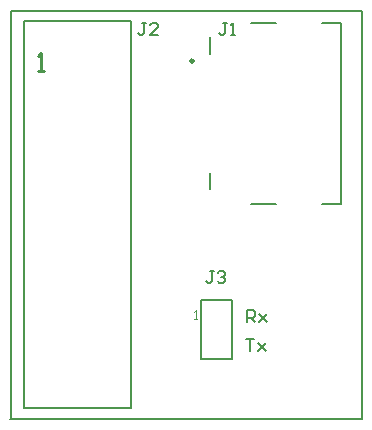
<source format=gto>
G04*
G04 #@! TF.GenerationSoftware,Altium Limited,Altium Designer,23.3.1 (30)*
G04*
G04 Layer_Color=65535*
%FSLAX44Y44*%
%MOMM*%
G71*
G04*
G04 #@! TF.SameCoordinates,FC58110F-AFE2-48FC-888D-7BDC24F10527*
G04*
G04*
G04 #@! TF.FilePolarity,Positive*
G04*
G01*
G75*
%ADD10C,0.3000*%
%ADD11C,0.1270*%
%ADD12C,0.2000*%
%ADD13C,0.1000*%
%ADD14C,0.2540*%
D10*
X155000Y303000D02*
G03*
X155000Y303000I-1000J0D01*
G01*
D11*
X169000Y309000D02*
Y323000D01*
Y194000D02*
Y208000D01*
X204200Y334500D02*
X225400D01*
X263800D02*
X280500D01*
X204200Y181500D02*
X225400D01*
X263800D02*
X280500D01*
Y334500D01*
D12*
X162000Y100700D02*
X188000D01*
Y50700D02*
Y100700D01*
X162000Y50700D02*
X188000D01*
X162000D02*
Y100700D01*
X11600Y337000D02*
X102600D01*
Y9000D02*
Y337000D01*
X11600Y9000D02*
X102600D01*
X11600D02*
Y337000D01*
X1000Y1000D02*
Y345000D01*
X298000D01*
Y0D02*
Y345000D01*
X0Y0D02*
X298000D01*
X200000Y66997D02*
X206665D01*
X203332D01*
Y57000D01*
X209997Y63664D02*
X216661Y57000D01*
X213329Y60332D01*
X216661Y63664D01*
X209997Y57000D01*
X201000Y82000D02*
Y91997D01*
X205998D01*
X207665Y90331D01*
Y86998D01*
X205998Y85332D01*
X201000D01*
X204332D02*
X207665Y82000D01*
X210997Y88665D02*
X217661Y82000D01*
X214329Y85332D01*
X217661Y88665D01*
X210997Y82000D01*
X115334Y334998D02*
X112002D01*
X113668D01*
Y326668D01*
X112002Y325002D01*
X110336D01*
X108669Y326668D01*
X125331Y325002D02*
X118666D01*
X125331Y331666D01*
Y333332D01*
X123665Y334998D01*
X120332D01*
X118666Y333332D01*
X172334Y124998D02*
X169002D01*
X170668D01*
Y116668D01*
X169002Y115002D01*
X167335D01*
X165669Y116668D01*
X175666Y123332D02*
X177332Y124998D01*
X180665D01*
X182331Y123332D01*
Y121666D01*
X180665Y120000D01*
X178998D01*
X180665D01*
X182331Y118334D01*
Y116668D01*
X180665Y115002D01*
X177332D01*
X175666Y116668D01*
X183600Y334498D02*
X180268D01*
X181934D01*
Y326168D01*
X180268Y324502D01*
X178602D01*
X176936Y326168D01*
X186932Y324502D02*
X190264D01*
X188598D01*
Y334498D01*
X186932Y332832D01*
D13*
X156000Y84700D02*
X158333D01*
X157166D01*
Y91698D01*
X156000Y90532D01*
D14*
X23840Y294240D02*
X28918D01*
X26379D01*
Y309475D01*
X23840Y306936D01*
M02*

</source>
